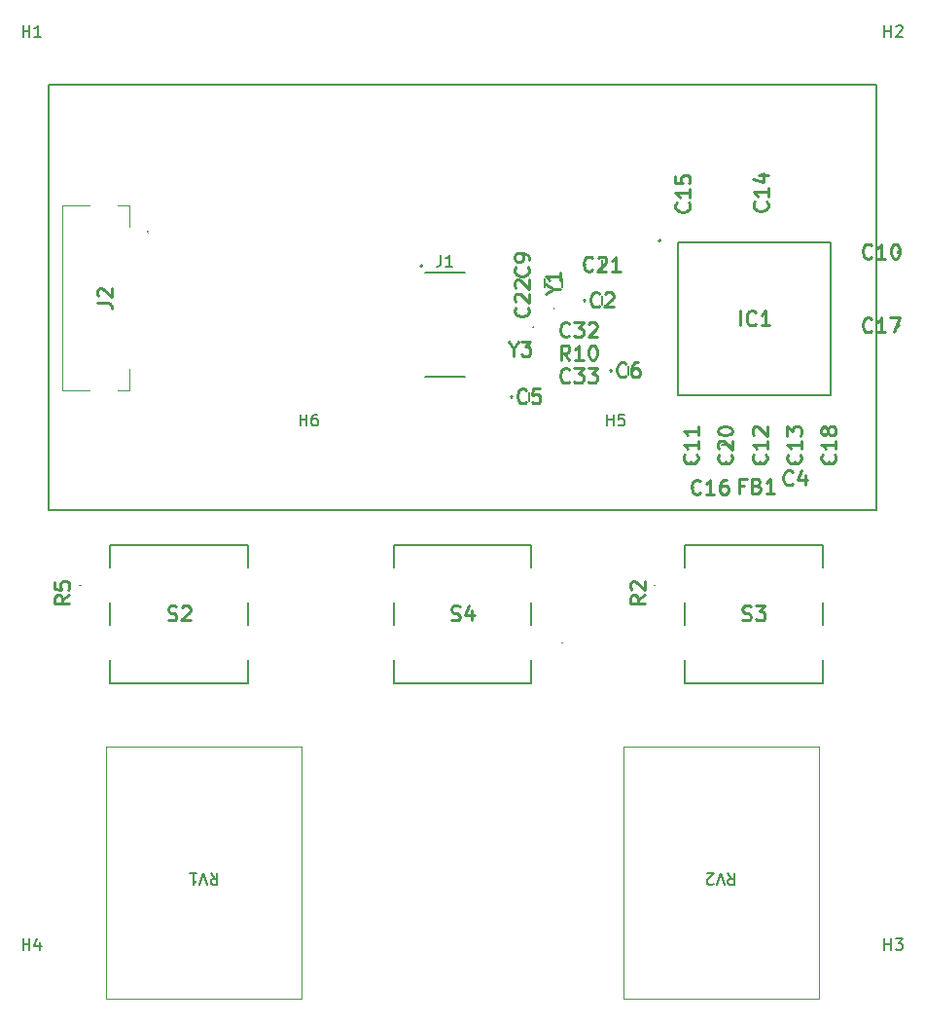
<source format=gbr>
%TF.GenerationSoftware,KiCad,Pcbnew,9.0.6*%
%TF.CreationDate,2025-12-08T21:47:26-05:00*%
%TF.ProjectId,electrical,656c6563-7472-4696-9361-6c2e6b696361,rev?*%
%TF.SameCoordinates,Original*%
%TF.FileFunction,Legend,Top*%
%TF.FilePolarity,Positive*%
%FSLAX46Y46*%
G04 Gerber Fmt 4.6, Leading zero omitted, Abs format (unit mm)*
G04 Created by KiCad (PCBNEW 9.0.6) date 2025-12-08 21:47:26*
%MOMM*%
%LPD*%
G01*
G04 APERTURE LIST*
%ADD10C,0.200000*%
%ADD11C,0.150000*%
%ADD12C,0.254000*%
%ADD13C,0.100000*%
G04 APERTURE END LIST*
D10*
X122600000Y-61500000D02*
X194600000Y-61500000D01*
X194600000Y-98500000D01*
X122600000Y-98500000D01*
X122600000Y-61500000D01*
D11*
X171168095Y-91134819D02*
X171168095Y-90134819D01*
X171168095Y-90611009D02*
X171739523Y-90611009D01*
X171739523Y-91134819D02*
X171739523Y-90134819D01*
X172691904Y-90134819D02*
X172215714Y-90134819D01*
X172215714Y-90134819D02*
X172168095Y-90611009D01*
X172168095Y-90611009D02*
X172215714Y-90563390D01*
X172215714Y-90563390D02*
X172310952Y-90515771D01*
X172310952Y-90515771D02*
X172549047Y-90515771D01*
X172549047Y-90515771D02*
X172644285Y-90563390D01*
X172644285Y-90563390D02*
X172691904Y-90611009D01*
X172691904Y-90611009D02*
X172739523Y-90706247D01*
X172739523Y-90706247D02*
X172739523Y-90944342D01*
X172739523Y-90944342D02*
X172691904Y-91039580D01*
X172691904Y-91039580D02*
X172644285Y-91087200D01*
X172644285Y-91087200D02*
X172549047Y-91134819D01*
X172549047Y-91134819D02*
X172310952Y-91134819D01*
X172310952Y-91134819D02*
X172215714Y-91087200D01*
X172215714Y-91087200D02*
X172168095Y-91039580D01*
D12*
X163010238Y-84449556D02*
X163010238Y-85054318D01*
X162586905Y-83784318D02*
X163010238Y-84449556D01*
X163010238Y-84449556D02*
X163433572Y-83784318D01*
X163735952Y-83784318D02*
X164522143Y-83784318D01*
X164522143Y-83784318D02*
X164098809Y-84268127D01*
X164098809Y-84268127D02*
X164280238Y-84268127D01*
X164280238Y-84268127D02*
X164401190Y-84328603D01*
X164401190Y-84328603D02*
X164461666Y-84389080D01*
X164461666Y-84389080D02*
X164522143Y-84510032D01*
X164522143Y-84510032D02*
X164522143Y-84812413D01*
X164522143Y-84812413D02*
X164461666Y-84933365D01*
X164461666Y-84933365D02*
X164401190Y-84993842D01*
X164401190Y-84993842D02*
X164280238Y-85054318D01*
X164280238Y-85054318D02*
X163917381Y-85054318D01*
X163917381Y-85054318D02*
X163796428Y-84993842D01*
X163796428Y-84993842D02*
X163735952Y-84933365D01*
D11*
X136695238Y-130045180D02*
X137028571Y-130521371D01*
X137266666Y-130045180D02*
X137266666Y-131045180D01*
X137266666Y-131045180D02*
X136885714Y-131045180D01*
X136885714Y-131045180D02*
X136790476Y-130997561D01*
X136790476Y-130997561D02*
X136742857Y-130949942D01*
X136742857Y-130949942D02*
X136695238Y-130854704D01*
X136695238Y-130854704D02*
X136695238Y-130711847D01*
X136695238Y-130711847D02*
X136742857Y-130616609D01*
X136742857Y-130616609D02*
X136790476Y-130568990D01*
X136790476Y-130568990D02*
X136885714Y-130521371D01*
X136885714Y-130521371D02*
X137266666Y-130521371D01*
X136409523Y-131045180D02*
X136076190Y-130045180D01*
X136076190Y-130045180D02*
X135742857Y-131045180D01*
X134885714Y-130045180D02*
X135457142Y-130045180D01*
X135171428Y-130045180D02*
X135171428Y-131045180D01*
X135171428Y-131045180D02*
X135266666Y-130902323D01*
X135266666Y-130902323D02*
X135361904Y-130807085D01*
X135361904Y-130807085D02*
X135457142Y-130759466D01*
D12*
X172818333Y-86783365D02*
X172757857Y-86843842D01*
X172757857Y-86843842D02*
X172576428Y-86904318D01*
X172576428Y-86904318D02*
X172455476Y-86904318D01*
X172455476Y-86904318D02*
X172274047Y-86843842D01*
X172274047Y-86843842D02*
X172153095Y-86722889D01*
X172153095Y-86722889D02*
X172092618Y-86601937D01*
X172092618Y-86601937D02*
X172032142Y-86360032D01*
X172032142Y-86360032D02*
X172032142Y-86178603D01*
X172032142Y-86178603D02*
X172092618Y-85936699D01*
X172092618Y-85936699D02*
X172153095Y-85815746D01*
X172153095Y-85815746D02*
X172274047Y-85694794D01*
X172274047Y-85694794D02*
X172455476Y-85634318D01*
X172455476Y-85634318D02*
X172576428Y-85634318D01*
X172576428Y-85634318D02*
X172757857Y-85694794D01*
X172757857Y-85694794D02*
X172818333Y-85755270D01*
X173906904Y-85634318D02*
X173664999Y-85634318D01*
X173664999Y-85634318D02*
X173544047Y-85694794D01*
X173544047Y-85694794D02*
X173483571Y-85755270D01*
X173483571Y-85755270D02*
X173362618Y-85936699D01*
X173362618Y-85936699D02*
X173302142Y-86178603D01*
X173302142Y-86178603D02*
X173302142Y-86662413D01*
X173302142Y-86662413D02*
X173362618Y-86783365D01*
X173362618Y-86783365D02*
X173423095Y-86843842D01*
X173423095Y-86843842D02*
X173544047Y-86904318D01*
X173544047Y-86904318D02*
X173785952Y-86904318D01*
X173785952Y-86904318D02*
X173906904Y-86843842D01*
X173906904Y-86843842D02*
X173967380Y-86783365D01*
X173967380Y-86783365D02*
X174027857Y-86662413D01*
X174027857Y-86662413D02*
X174027857Y-86360032D01*
X174027857Y-86360032D02*
X173967380Y-86239080D01*
X173967380Y-86239080D02*
X173906904Y-86178603D01*
X173906904Y-86178603D02*
X173785952Y-86118127D01*
X173785952Y-86118127D02*
X173544047Y-86118127D01*
X173544047Y-86118127D02*
X173423095Y-86178603D01*
X173423095Y-86178603D02*
X173362618Y-86239080D01*
X173362618Y-86239080D02*
X173302142Y-86360032D01*
X190983365Y-93646428D02*
X191043842Y-93706904D01*
X191043842Y-93706904D02*
X191104318Y-93888333D01*
X191104318Y-93888333D02*
X191104318Y-94009285D01*
X191104318Y-94009285D02*
X191043842Y-94190714D01*
X191043842Y-94190714D02*
X190922889Y-94311666D01*
X190922889Y-94311666D02*
X190801937Y-94372143D01*
X190801937Y-94372143D02*
X190560032Y-94432619D01*
X190560032Y-94432619D02*
X190378603Y-94432619D01*
X190378603Y-94432619D02*
X190136699Y-94372143D01*
X190136699Y-94372143D02*
X190015746Y-94311666D01*
X190015746Y-94311666D02*
X189894794Y-94190714D01*
X189894794Y-94190714D02*
X189834318Y-94009285D01*
X189834318Y-94009285D02*
X189834318Y-93888333D01*
X189834318Y-93888333D02*
X189894794Y-93706904D01*
X189894794Y-93706904D02*
X189955270Y-93646428D01*
X191104318Y-92436904D02*
X191104318Y-93162619D01*
X191104318Y-92799762D02*
X189834318Y-92799762D01*
X189834318Y-92799762D02*
X190015746Y-92920714D01*
X190015746Y-92920714D02*
X190136699Y-93041666D01*
X190136699Y-93041666D02*
X190197175Y-93162619D01*
X190378603Y-91711190D02*
X190318127Y-91832142D01*
X190318127Y-91832142D02*
X190257651Y-91892619D01*
X190257651Y-91892619D02*
X190136699Y-91953095D01*
X190136699Y-91953095D02*
X190076222Y-91953095D01*
X190076222Y-91953095D02*
X189955270Y-91892619D01*
X189955270Y-91892619D02*
X189894794Y-91832142D01*
X189894794Y-91832142D02*
X189834318Y-91711190D01*
X189834318Y-91711190D02*
X189834318Y-91469285D01*
X189834318Y-91469285D02*
X189894794Y-91348333D01*
X189894794Y-91348333D02*
X189955270Y-91287857D01*
X189955270Y-91287857D02*
X190076222Y-91227380D01*
X190076222Y-91227380D02*
X190136699Y-91227380D01*
X190136699Y-91227380D02*
X190257651Y-91287857D01*
X190257651Y-91287857D02*
X190318127Y-91348333D01*
X190318127Y-91348333D02*
X190378603Y-91469285D01*
X190378603Y-91469285D02*
X190378603Y-91711190D01*
X190378603Y-91711190D02*
X190439080Y-91832142D01*
X190439080Y-91832142D02*
X190499556Y-91892619D01*
X190499556Y-91892619D02*
X190620508Y-91953095D01*
X190620508Y-91953095D02*
X190862413Y-91953095D01*
X190862413Y-91953095D02*
X190983365Y-91892619D01*
X190983365Y-91892619D02*
X191043842Y-91832142D01*
X191043842Y-91832142D02*
X191104318Y-91711190D01*
X191104318Y-91711190D02*
X191104318Y-91469285D01*
X191104318Y-91469285D02*
X191043842Y-91348333D01*
X191043842Y-91348333D02*
X190983365Y-91287857D01*
X190983365Y-91287857D02*
X190862413Y-91227380D01*
X190862413Y-91227380D02*
X190620508Y-91227380D01*
X190620508Y-91227380D02*
X190499556Y-91287857D01*
X190499556Y-91287857D02*
X190439080Y-91348333D01*
X190439080Y-91348333D02*
X190378603Y-91469285D01*
X157632380Y-108013842D02*
X157813809Y-108074318D01*
X157813809Y-108074318D02*
X158116190Y-108074318D01*
X158116190Y-108074318D02*
X158237142Y-108013842D01*
X158237142Y-108013842D02*
X158297618Y-107953365D01*
X158297618Y-107953365D02*
X158358095Y-107832413D01*
X158358095Y-107832413D02*
X158358095Y-107711461D01*
X158358095Y-107711461D02*
X158297618Y-107590508D01*
X158297618Y-107590508D02*
X158237142Y-107530032D01*
X158237142Y-107530032D02*
X158116190Y-107469556D01*
X158116190Y-107469556D02*
X157874285Y-107409080D01*
X157874285Y-107409080D02*
X157753333Y-107348603D01*
X157753333Y-107348603D02*
X157692856Y-107288127D01*
X157692856Y-107288127D02*
X157632380Y-107167175D01*
X157632380Y-107167175D02*
X157632380Y-107046222D01*
X157632380Y-107046222D02*
X157692856Y-106925270D01*
X157692856Y-106925270D02*
X157753333Y-106864794D01*
X157753333Y-106864794D02*
X157874285Y-106804318D01*
X157874285Y-106804318D02*
X158176666Y-106804318D01*
X158176666Y-106804318D02*
X158358095Y-106864794D01*
X159446666Y-107227651D02*
X159446666Y-108074318D01*
X159144285Y-106743842D02*
X158841904Y-107650984D01*
X158841904Y-107650984D02*
X159628095Y-107650984D01*
X182982380Y-108013842D02*
X183163809Y-108074318D01*
X183163809Y-108074318D02*
X183466190Y-108074318D01*
X183466190Y-108074318D02*
X183587142Y-108013842D01*
X183587142Y-108013842D02*
X183647618Y-107953365D01*
X183647618Y-107953365D02*
X183708095Y-107832413D01*
X183708095Y-107832413D02*
X183708095Y-107711461D01*
X183708095Y-107711461D02*
X183647618Y-107590508D01*
X183647618Y-107590508D02*
X183587142Y-107530032D01*
X183587142Y-107530032D02*
X183466190Y-107469556D01*
X183466190Y-107469556D02*
X183224285Y-107409080D01*
X183224285Y-107409080D02*
X183103333Y-107348603D01*
X183103333Y-107348603D02*
X183042856Y-107288127D01*
X183042856Y-107288127D02*
X182982380Y-107167175D01*
X182982380Y-107167175D02*
X182982380Y-107046222D01*
X182982380Y-107046222D02*
X183042856Y-106925270D01*
X183042856Y-106925270D02*
X183103333Y-106864794D01*
X183103333Y-106864794D02*
X183224285Y-106804318D01*
X183224285Y-106804318D02*
X183526666Y-106804318D01*
X183526666Y-106804318D02*
X183708095Y-106864794D01*
X184131428Y-106804318D02*
X184917619Y-106804318D01*
X184917619Y-106804318D02*
X184494285Y-107288127D01*
X184494285Y-107288127D02*
X184675714Y-107288127D01*
X184675714Y-107288127D02*
X184796666Y-107348603D01*
X184796666Y-107348603D02*
X184857142Y-107409080D01*
X184857142Y-107409080D02*
X184917619Y-107530032D01*
X184917619Y-107530032D02*
X184917619Y-107832413D01*
X184917619Y-107832413D02*
X184857142Y-107953365D01*
X184857142Y-107953365D02*
X184796666Y-108013842D01*
X184796666Y-108013842D02*
X184675714Y-108074318D01*
X184675714Y-108074318D02*
X184312857Y-108074318D01*
X184312857Y-108074318D02*
X184191904Y-108013842D01*
X184191904Y-108013842D02*
X184131428Y-107953365D01*
D11*
X195338095Y-136734819D02*
X195338095Y-135734819D01*
X195338095Y-136211009D02*
X195909523Y-136211009D01*
X195909523Y-136734819D02*
X195909523Y-135734819D01*
X196290476Y-135734819D02*
X196909523Y-135734819D01*
X196909523Y-135734819D02*
X196576190Y-136115771D01*
X196576190Y-136115771D02*
X196719047Y-136115771D01*
X196719047Y-136115771D02*
X196814285Y-136163390D01*
X196814285Y-136163390D02*
X196861904Y-136211009D01*
X196861904Y-136211009D02*
X196909523Y-136306247D01*
X196909523Y-136306247D02*
X196909523Y-136544342D01*
X196909523Y-136544342D02*
X196861904Y-136639580D01*
X196861904Y-136639580D02*
X196814285Y-136687200D01*
X196814285Y-136687200D02*
X196719047Y-136734819D01*
X196719047Y-136734819D02*
X196433333Y-136734819D01*
X196433333Y-136734819D02*
X196338095Y-136687200D01*
X196338095Y-136687200D02*
X196290476Y-136639580D01*
D12*
X181983365Y-93646428D02*
X182043842Y-93706904D01*
X182043842Y-93706904D02*
X182104318Y-93888333D01*
X182104318Y-93888333D02*
X182104318Y-94009285D01*
X182104318Y-94009285D02*
X182043842Y-94190714D01*
X182043842Y-94190714D02*
X181922889Y-94311666D01*
X181922889Y-94311666D02*
X181801937Y-94372143D01*
X181801937Y-94372143D02*
X181560032Y-94432619D01*
X181560032Y-94432619D02*
X181378603Y-94432619D01*
X181378603Y-94432619D02*
X181136699Y-94372143D01*
X181136699Y-94372143D02*
X181015746Y-94311666D01*
X181015746Y-94311666D02*
X180894794Y-94190714D01*
X180894794Y-94190714D02*
X180834318Y-94009285D01*
X180834318Y-94009285D02*
X180834318Y-93888333D01*
X180834318Y-93888333D02*
X180894794Y-93706904D01*
X180894794Y-93706904D02*
X180955270Y-93646428D01*
X180955270Y-93162619D02*
X180894794Y-93102143D01*
X180894794Y-93102143D02*
X180834318Y-92981190D01*
X180834318Y-92981190D02*
X180834318Y-92678809D01*
X180834318Y-92678809D02*
X180894794Y-92557857D01*
X180894794Y-92557857D02*
X180955270Y-92497381D01*
X180955270Y-92497381D02*
X181076222Y-92436904D01*
X181076222Y-92436904D02*
X181197175Y-92436904D01*
X181197175Y-92436904D02*
X181378603Y-92497381D01*
X181378603Y-92497381D02*
X182104318Y-93223095D01*
X182104318Y-93223095D02*
X182104318Y-92436904D01*
X180834318Y-91650714D02*
X180834318Y-91529761D01*
X180834318Y-91529761D02*
X180894794Y-91408809D01*
X180894794Y-91408809D02*
X180955270Y-91348333D01*
X180955270Y-91348333D02*
X181076222Y-91287857D01*
X181076222Y-91287857D02*
X181318127Y-91227380D01*
X181318127Y-91227380D02*
X181620508Y-91227380D01*
X181620508Y-91227380D02*
X181862413Y-91287857D01*
X181862413Y-91287857D02*
X181983365Y-91348333D01*
X181983365Y-91348333D02*
X182043842Y-91408809D01*
X182043842Y-91408809D02*
X182104318Y-91529761D01*
X182104318Y-91529761D02*
X182104318Y-91650714D01*
X182104318Y-91650714D02*
X182043842Y-91771666D01*
X182043842Y-91771666D02*
X181983365Y-91832142D01*
X181983365Y-91832142D02*
X181862413Y-91892619D01*
X181862413Y-91892619D02*
X181620508Y-91953095D01*
X181620508Y-91953095D02*
X181318127Y-91953095D01*
X181318127Y-91953095D02*
X181076222Y-91892619D01*
X181076222Y-91892619D02*
X180955270Y-91832142D01*
X180955270Y-91832142D02*
X180894794Y-91771666D01*
X180894794Y-91771666D02*
X180834318Y-91650714D01*
X178983365Y-93646428D02*
X179043842Y-93706904D01*
X179043842Y-93706904D02*
X179104318Y-93888333D01*
X179104318Y-93888333D02*
X179104318Y-94009285D01*
X179104318Y-94009285D02*
X179043842Y-94190714D01*
X179043842Y-94190714D02*
X178922889Y-94311666D01*
X178922889Y-94311666D02*
X178801937Y-94372143D01*
X178801937Y-94372143D02*
X178560032Y-94432619D01*
X178560032Y-94432619D02*
X178378603Y-94432619D01*
X178378603Y-94432619D02*
X178136699Y-94372143D01*
X178136699Y-94372143D02*
X178015746Y-94311666D01*
X178015746Y-94311666D02*
X177894794Y-94190714D01*
X177894794Y-94190714D02*
X177834318Y-94009285D01*
X177834318Y-94009285D02*
X177834318Y-93888333D01*
X177834318Y-93888333D02*
X177894794Y-93706904D01*
X177894794Y-93706904D02*
X177955270Y-93646428D01*
X179104318Y-92436904D02*
X179104318Y-93162619D01*
X179104318Y-92799762D02*
X177834318Y-92799762D01*
X177834318Y-92799762D02*
X178015746Y-92920714D01*
X178015746Y-92920714D02*
X178136699Y-93041666D01*
X178136699Y-93041666D02*
X178197175Y-93162619D01*
X179104318Y-91227380D02*
X179104318Y-91953095D01*
X179104318Y-91590238D02*
X177834318Y-91590238D01*
X177834318Y-91590238D02*
X178015746Y-91711190D01*
X178015746Y-91711190D02*
X178136699Y-91832142D01*
X178136699Y-91832142D02*
X178197175Y-91953095D01*
X194213571Y-82883365D02*
X194153095Y-82943842D01*
X194153095Y-82943842D02*
X193971666Y-83004318D01*
X193971666Y-83004318D02*
X193850714Y-83004318D01*
X193850714Y-83004318D02*
X193669285Y-82943842D01*
X193669285Y-82943842D02*
X193548333Y-82822889D01*
X193548333Y-82822889D02*
X193487856Y-82701937D01*
X193487856Y-82701937D02*
X193427380Y-82460032D01*
X193427380Y-82460032D02*
X193427380Y-82278603D01*
X193427380Y-82278603D02*
X193487856Y-82036699D01*
X193487856Y-82036699D02*
X193548333Y-81915746D01*
X193548333Y-81915746D02*
X193669285Y-81794794D01*
X193669285Y-81794794D02*
X193850714Y-81734318D01*
X193850714Y-81734318D02*
X193971666Y-81734318D01*
X193971666Y-81734318D02*
X194153095Y-81794794D01*
X194153095Y-81794794D02*
X194213571Y-81855270D01*
X195423095Y-83004318D02*
X194697380Y-83004318D01*
X195060237Y-83004318D02*
X195060237Y-81734318D01*
X195060237Y-81734318D02*
X194939285Y-81915746D01*
X194939285Y-81915746D02*
X194818333Y-82036699D01*
X194818333Y-82036699D02*
X194697380Y-82097175D01*
X195846428Y-81734318D02*
X196693095Y-81734318D01*
X196693095Y-81734318D02*
X196148809Y-83004318D01*
X178283365Y-71746428D02*
X178343842Y-71806904D01*
X178343842Y-71806904D02*
X178404318Y-71988333D01*
X178404318Y-71988333D02*
X178404318Y-72109285D01*
X178404318Y-72109285D02*
X178343842Y-72290714D01*
X178343842Y-72290714D02*
X178222889Y-72411666D01*
X178222889Y-72411666D02*
X178101937Y-72472143D01*
X178101937Y-72472143D02*
X177860032Y-72532619D01*
X177860032Y-72532619D02*
X177678603Y-72532619D01*
X177678603Y-72532619D02*
X177436699Y-72472143D01*
X177436699Y-72472143D02*
X177315746Y-72411666D01*
X177315746Y-72411666D02*
X177194794Y-72290714D01*
X177194794Y-72290714D02*
X177134318Y-72109285D01*
X177134318Y-72109285D02*
X177134318Y-71988333D01*
X177134318Y-71988333D02*
X177194794Y-71806904D01*
X177194794Y-71806904D02*
X177255270Y-71746428D01*
X178404318Y-70536904D02*
X178404318Y-71262619D01*
X178404318Y-70899762D02*
X177134318Y-70899762D01*
X177134318Y-70899762D02*
X177315746Y-71020714D01*
X177315746Y-71020714D02*
X177436699Y-71141666D01*
X177436699Y-71141666D02*
X177497175Y-71262619D01*
X177134318Y-69387857D02*
X177134318Y-69992619D01*
X177134318Y-69992619D02*
X177739080Y-70053095D01*
X177739080Y-70053095D02*
X177678603Y-69992619D01*
X177678603Y-69992619D02*
X177618127Y-69871666D01*
X177618127Y-69871666D02*
X177618127Y-69569285D01*
X177618127Y-69569285D02*
X177678603Y-69448333D01*
X177678603Y-69448333D02*
X177739080Y-69387857D01*
X177739080Y-69387857D02*
X177860032Y-69327380D01*
X177860032Y-69327380D02*
X178162413Y-69327380D01*
X178162413Y-69327380D02*
X178283365Y-69387857D01*
X178283365Y-69387857D02*
X178343842Y-69448333D01*
X178343842Y-69448333D02*
X178404318Y-69569285D01*
X178404318Y-69569285D02*
X178404318Y-69871666D01*
X178404318Y-69871666D02*
X178343842Y-69992619D01*
X178343842Y-69992619D02*
X178283365Y-70053095D01*
X167898571Y-83283365D02*
X167838095Y-83343842D01*
X167838095Y-83343842D02*
X167656666Y-83404318D01*
X167656666Y-83404318D02*
X167535714Y-83404318D01*
X167535714Y-83404318D02*
X167354285Y-83343842D01*
X167354285Y-83343842D02*
X167233333Y-83222889D01*
X167233333Y-83222889D02*
X167172856Y-83101937D01*
X167172856Y-83101937D02*
X167112380Y-82860032D01*
X167112380Y-82860032D02*
X167112380Y-82678603D01*
X167112380Y-82678603D02*
X167172856Y-82436699D01*
X167172856Y-82436699D02*
X167233333Y-82315746D01*
X167233333Y-82315746D02*
X167354285Y-82194794D01*
X167354285Y-82194794D02*
X167535714Y-82134318D01*
X167535714Y-82134318D02*
X167656666Y-82134318D01*
X167656666Y-82134318D02*
X167838095Y-82194794D01*
X167838095Y-82194794D02*
X167898571Y-82255270D01*
X168321904Y-82134318D02*
X169108095Y-82134318D01*
X169108095Y-82134318D02*
X168684761Y-82618127D01*
X168684761Y-82618127D02*
X168866190Y-82618127D01*
X168866190Y-82618127D02*
X168987142Y-82678603D01*
X168987142Y-82678603D02*
X169047618Y-82739080D01*
X169047618Y-82739080D02*
X169108095Y-82860032D01*
X169108095Y-82860032D02*
X169108095Y-83162413D01*
X169108095Y-83162413D02*
X169047618Y-83283365D01*
X169047618Y-83283365D02*
X168987142Y-83343842D01*
X168987142Y-83343842D02*
X168866190Y-83404318D01*
X168866190Y-83404318D02*
X168503333Y-83404318D01*
X168503333Y-83404318D02*
X168382380Y-83343842D01*
X168382380Y-83343842D02*
X168321904Y-83283365D01*
X169591904Y-82255270D02*
X169652380Y-82194794D01*
X169652380Y-82194794D02*
X169773333Y-82134318D01*
X169773333Y-82134318D02*
X170075714Y-82134318D01*
X170075714Y-82134318D02*
X170196666Y-82194794D01*
X170196666Y-82194794D02*
X170257142Y-82255270D01*
X170257142Y-82255270D02*
X170317619Y-82376222D01*
X170317619Y-82376222D02*
X170317619Y-82497175D01*
X170317619Y-82497175D02*
X170257142Y-82678603D01*
X170257142Y-82678603D02*
X169531428Y-83404318D01*
X169531428Y-83404318D02*
X170317619Y-83404318D01*
D11*
X181695238Y-130045180D02*
X182028571Y-130521371D01*
X182266666Y-130045180D02*
X182266666Y-131045180D01*
X182266666Y-131045180D02*
X181885714Y-131045180D01*
X181885714Y-131045180D02*
X181790476Y-130997561D01*
X181790476Y-130997561D02*
X181742857Y-130949942D01*
X181742857Y-130949942D02*
X181695238Y-130854704D01*
X181695238Y-130854704D02*
X181695238Y-130711847D01*
X181695238Y-130711847D02*
X181742857Y-130616609D01*
X181742857Y-130616609D02*
X181790476Y-130568990D01*
X181790476Y-130568990D02*
X181885714Y-130521371D01*
X181885714Y-130521371D02*
X182266666Y-130521371D01*
X181409523Y-131045180D02*
X181076190Y-130045180D01*
X181076190Y-130045180D02*
X180742857Y-131045180D01*
X180457142Y-130949942D02*
X180409523Y-130997561D01*
X180409523Y-130997561D02*
X180314285Y-131045180D01*
X180314285Y-131045180D02*
X180076190Y-131045180D01*
X180076190Y-131045180D02*
X179980952Y-130997561D01*
X179980952Y-130997561D02*
X179933333Y-130949942D01*
X179933333Y-130949942D02*
X179885714Y-130854704D01*
X179885714Y-130854704D02*
X179885714Y-130759466D01*
X179885714Y-130759466D02*
X179933333Y-130616609D01*
X179933333Y-130616609D02*
X180504761Y-130045180D01*
X180504761Y-130045180D02*
X179885714Y-130045180D01*
D12*
X185083365Y-71646428D02*
X185143842Y-71706904D01*
X185143842Y-71706904D02*
X185204318Y-71888333D01*
X185204318Y-71888333D02*
X185204318Y-72009285D01*
X185204318Y-72009285D02*
X185143842Y-72190714D01*
X185143842Y-72190714D02*
X185022889Y-72311666D01*
X185022889Y-72311666D02*
X184901937Y-72372143D01*
X184901937Y-72372143D02*
X184660032Y-72432619D01*
X184660032Y-72432619D02*
X184478603Y-72432619D01*
X184478603Y-72432619D02*
X184236699Y-72372143D01*
X184236699Y-72372143D02*
X184115746Y-72311666D01*
X184115746Y-72311666D02*
X183994794Y-72190714D01*
X183994794Y-72190714D02*
X183934318Y-72009285D01*
X183934318Y-72009285D02*
X183934318Y-71888333D01*
X183934318Y-71888333D02*
X183994794Y-71706904D01*
X183994794Y-71706904D02*
X184055270Y-71646428D01*
X185204318Y-70436904D02*
X185204318Y-71162619D01*
X185204318Y-70799762D02*
X183934318Y-70799762D01*
X183934318Y-70799762D02*
X184115746Y-70920714D01*
X184115746Y-70920714D02*
X184236699Y-71041666D01*
X184236699Y-71041666D02*
X184297175Y-71162619D01*
X184357651Y-69348333D02*
X185204318Y-69348333D01*
X183873842Y-69650714D02*
X184780984Y-69953095D01*
X184780984Y-69953095D02*
X184780984Y-69166904D01*
X126804318Y-80423332D02*
X127711461Y-80423332D01*
X127711461Y-80423332D02*
X127892889Y-80483809D01*
X127892889Y-80483809D02*
X128013842Y-80604761D01*
X128013842Y-80604761D02*
X128074318Y-80786190D01*
X128074318Y-80786190D02*
X128074318Y-80907142D01*
X126925270Y-79879047D02*
X126864794Y-79818571D01*
X126864794Y-79818571D02*
X126804318Y-79697618D01*
X126804318Y-79697618D02*
X126804318Y-79395237D01*
X126804318Y-79395237D02*
X126864794Y-79274285D01*
X126864794Y-79274285D02*
X126925270Y-79213809D01*
X126925270Y-79213809D02*
X127046222Y-79153332D01*
X127046222Y-79153332D02*
X127167175Y-79153332D01*
X127167175Y-79153332D02*
X127348603Y-79213809D01*
X127348603Y-79213809D02*
X128074318Y-79939523D01*
X128074318Y-79939523D02*
X128074318Y-79153332D01*
X187983365Y-93646428D02*
X188043842Y-93706904D01*
X188043842Y-93706904D02*
X188104318Y-93888333D01*
X188104318Y-93888333D02*
X188104318Y-94009285D01*
X188104318Y-94009285D02*
X188043842Y-94190714D01*
X188043842Y-94190714D02*
X187922889Y-94311666D01*
X187922889Y-94311666D02*
X187801937Y-94372143D01*
X187801937Y-94372143D02*
X187560032Y-94432619D01*
X187560032Y-94432619D02*
X187378603Y-94432619D01*
X187378603Y-94432619D02*
X187136699Y-94372143D01*
X187136699Y-94372143D02*
X187015746Y-94311666D01*
X187015746Y-94311666D02*
X186894794Y-94190714D01*
X186894794Y-94190714D02*
X186834318Y-94009285D01*
X186834318Y-94009285D02*
X186834318Y-93888333D01*
X186834318Y-93888333D02*
X186894794Y-93706904D01*
X186894794Y-93706904D02*
X186955270Y-93646428D01*
X188104318Y-92436904D02*
X188104318Y-93162619D01*
X188104318Y-92799762D02*
X186834318Y-92799762D01*
X186834318Y-92799762D02*
X187015746Y-92920714D01*
X187015746Y-92920714D02*
X187136699Y-93041666D01*
X187136699Y-93041666D02*
X187197175Y-93162619D01*
X186834318Y-92013571D02*
X186834318Y-91227380D01*
X186834318Y-91227380D02*
X187318127Y-91650714D01*
X187318127Y-91650714D02*
X187318127Y-91469285D01*
X187318127Y-91469285D02*
X187378603Y-91348333D01*
X187378603Y-91348333D02*
X187439080Y-91287857D01*
X187439080Y-91287857D02*
X187560032Y-91227380D01*
X187560032Y-91227380D02*
X187862413Y-91227380D01*
X187862413Y-91227380D02*
X187983365Y-91287857D01*
X187983365Y-91287857D02*
X188043842Y-91348333D01*
X188043842Y-91348333D02*
X188104318Y-91469285D01*
X188104318Y-91469285D02*
X188104318Y-91832142D01*
X188104318Y-91832142D02*
X188043842Y-91953095D01*
X188043842Y-91953095D02*
X187983365Y-92013571D01*
X167898571Y-85404318D02*
X167475237Y-84799556D01*
X167172856Y-85404318D02*
X167172856Y-84134318D01*
X167172856Y-84134318D02*
X167656666Y-84134318D01*
X167656666Y-84134318D02*
X167777618Y-84194794D01*
X167777618Y-84194794D02*
X167838095Y-84255270D01*
X167838095Y-84255270D02*
X167898571Y-84376222D01*
X167898571Y-84376222D02*
X167898571Y-84557651D01*
X167898571Y-84557651D02*
X167838095Y-84678603D01*
X167838095Y-84678603D02*
X167777618Y-84739080D01*
X167777618Y-84739080D02*
X167656666Y-84799556D01*
X167656666Y-84799556D02*
X167172856Y-84799556D01*
X169108095Y-85404318D02*
X168382380Y-85404318D01*
X168745237Y-85404318D02*
X168745237Y-84134318D01*
X168745237Y-84134318D02*
X168624285Y-84315746D01*
X168624285Y-84315746D02*
X168503333Y-84436699D01*
X168503333Y-84436699D02*
X168382380Y-84497175D01*
X169894285Y-84134318D02*
X170015238Y-84134318D01*
X170015238Y-84134318D02*
X170136190Y-84194794D01*
X170136190Y-84194794D02*
X170196666Y-84255270D01*
X170196666Y-84255270D02*
X170257142Y-84376222D01*
X170257142Y-84376222D02*
X170317619Y-84618127D01*
X170317619Y-84618127D02*
X170317619Y-84920508D01*
X170317619Y-84920508D02*
X170257142Y-85162413D01*
X170257142Y-85162413D02*
X170196666Y-85283365D01*
X170196666Y-85283365D02*
X170136190Y-85343842D01*
X170136190Y-85343842D02*
X170015238Y-85404318D01*
X170015238Y-85404318D02*
X169894285Y-85404318D01*
X169894285Y-85404318D02*
X169773333Y-85343842D01*
X169773333Y-85343842D02*
X169712857Y-85283365D01*
X169712857Y-85283365D02*
X169652380Y-85162413D01*
X169652380Y-85162413D02*
X169591904Y-84920508D01*
X169591904Y-84920508D02*
X169591904Y-84618127D01*
X169591904Y-84618127D02*
X169652380Y-84376222D01*
X169652380Y-84376222D02*
X169712857Y-84255270D01*
X169712857Y-84255270D02*
X169773333Y-84194794D01*
X169773333Y-84194794D02*
X169894285Y-84134318D01*
X132982380Y-108013842D02*
X133163809Y-108074318D01*
X133163809Y-108074318D02*
X133466190Y-108074318D01*
X133466190Y-108074318D02*
X133587142Y-108013842D01*
X133587142Y-108013842D02*
X133647618Y-107953365D01*
X133647618Y-107953365D02*
X133708095Y-107832413D01*
X133708095Y-107832413D02*
X133708095Y-107711461D01*
X133708095Y-107711461D02*
X133647618Y-107590508D01*
X133647618Y-107590508D02*
X133587142Y-107530032D01*
X133587142Y-107530032D02*
X133466190Y-107469556D01*
X133466190Y-107469556D02*
X133224285Y-107409080D01*
X133224285Y-107409080D02*
X133103333Y-107348603D01*
X133103333Y-107348603D02*
X133042856Y-107288127D01*
X133042856Y-107288127D02*
X132982380Y-107167175D01*
X132982380Y-107167175D02*
X132982380Y-107046222D01*
X132982380Y-107046222D02*
X133042856Y-106925270D01*
X133042856Y-106925270D02*
X133103333Y-106864794D01*
X133103333Y-106864794D02*
X133224285Y-106804318D01*
X133224285Y-106804318D02*
X133526666Y-106804318D01*
X133526666Y-106804318D02*
X133708095Y-106864794D01*
X134191904Y-106925270D02*
X134252380Y-106864794D01*
X134252380Y-106864794D02*
X134373333Y-106804318D01*
X134373333Y-106804318D02*
X134675714Y-106804318D01*
X134675714Y-106804318D02*
X134796666Y-106864794D01*
X134796666Y-106864794D02*
X134857142Y-106925270D01*
X134857142Y-106925270D02*
X134917619Y-107046222D01*
X134917619Y-107046222D02*
X134917619Y-107167175D01*
X134917619Y-107167175D02*
X134857142Y-107348603D01*
X134857142Y-107348603D02*
X134131428Y-108074318D01*
X134131428Y-108074318D02*
X134917619Y-108074318D01*
D11*
X195338095Y-57304819D02*
X195338095Y-56304819D01*
X195338095Y-56781009D02*
X195909523Y-56781009D01*
X195909523Y-57304819D02*
X195909523Y-56304819D01*
X196338095Y-56400057D02*
X196385714Y-56352438D01*
X196385714Y-56352438D02*
X196480952Y-56304819D01*
X196480952Y-56304819D02*
X196719047Y-56304819D01*
X196719047Y-56304819D02*
X196814285Y-56352438D01*
X196814285Y-56352438D02*
X196861904Y-56400057D01*
X196861904Y-56400057D02*
X196909523Y-56495295D01*
X196909523Y-56495295D02*
X196909523Y-56590533D01*
X196909523Y-56590533D02*
X196861904Y-56733390D01*
X196861904Y-56733390D02*
X196290476Y-57304819D01*
X196290476Y-57304819D02*
X196909523Y-57304819D01*
D12*
X182790237Y-82404318D02*
X182790237Y-81134318D01*
X184120714Y-82283365D02*
X184060238Y-82343842D01*
X184060238Y-82343842D02*
X183878809Y-82404318D01*
X183878809Y-82404318D02*
X183757857Y-82404318D01*
X183757857Y-82404318D02*
X183576428Y-82343842D01*
X183576428Y-82343842D02*
X183455476Y-82222889D01*
X183455476Y-82222889D02*
X183394999Y-82101937D01*
X183394999Y-82101937D02*
X183334523Y-81860032D01*
X183334523Y-81860032D02*
X183334523Y-81678603D01*
X183334523Y-81678603D02*
X183394999Y-81436699D01*
X183394999Y-81436699D02*
X183455476Y-81315746D01*
X183455476Y-81315746D02*
X183576428Y-81194794D01*
X183576428Y-81194794D02*
X183757857Y-81134318D01*
X183757857Y-81134318D02*
X183878809Y-81134318D01*
X183878809Y-81134318D02*
X184060238Y-81194794D01*
X184060238Y-81194794D02*
X184120714Y-81255270D01*
X185330238Y-82404318D02*
X184604523Y-82404318D01*
X184967380Y-82404318D02*
X184967380Y-81134318D01*
X184967380Y-81134318D02*
X184846428Y-81315746D01*
X184846428Y-81315746D02*
X184725476Y-81436699D01*
X184725476Y-81436699D02*
X184604523Y-81497175D01*
X164164583Y-89060365D02*
X164104107Y-89120842D01*
X164104107Y-89120842D02*
X163922678Y-89181318D01*
X163922678Y-89181318D02*
X163801726Y-89181318D01*
X163801726Y-89181318D02*
X163620297Y-89120842D01*
X163620297Y-89120842D02*
X163499345Y-88999889D01*
X163499345Y-88999889D02*
X163438868Y-88878937D01*
X163438868Y-88878937D02*
X163378392Y-88637032D01*
X163378392Y-88637032D02*
X163378392Y-88455603D01*
X163378392Y-88455603D02*
X163438868Y-88213699D01*
X163438868Y-88213699D02*
X163499345Y-88092746D01*
X163499345Y-88092746D02*
X163620297Y-87971794D01*
X163620297Y-87971794D02*
X163801726Y-87911318D01*
X163801726Y-87911318D02*
X163922678Y-87911318D01*
X163922678Y-87911318D02*
X164104107Y-87971794D01*
X164104107Y-87971794D02*
X164164583Y-88032270D01*
X165313630Y-87911318D02*
X164708868Y-87911318D01*
X164708868Y-87911318D02*
X164648392Y-88516080D01*
X164648392Y-88516080D02*
X164708868Y-88455603D01*
X164708868Y-88455603D02*
X164829821Y-88395127D01*
X164829821Y-88395127D02*
X165132202Y-88395127D01*
X165132202Y-88395127D02*
X165253154Y-88455603D01*
X165253154Y-88455603D02*
X165313630Y-88516080D01*
X165313630Y-88516080D02*
X165374107Y-88637032D01*
X165374107Y-88637032D02*
X165374107Y-88939413D01*
X165374107Y-88939413D02*
X165313630Y-89060365D01*
X165313630Y-89060365D02*
X165253154Y-89120842D01*
X165253154Y-89120842D02*
X165132202Y-89181318D01*
X165132202Y-89181318D02*
X164829821Y-89181318D01*
X164829821Y-89181318D02*
X164708868Y-89120842D01*
X164708868Y-89120842D02*
X164648392Y-89060365D01*
X170518333Y-80683365D02*
X170457857Y-80743842D01*
X170457857Y-80743842D02*
X170276428Y-80804318D01*
X170276428Y-80804318D02*
X170155476Y-80804318D01*
X170155476Y-80804318D02*
X169974047Y-80743842D01*
X169974047Y-80743842D02*
X169853095Y-80622889D01*
X169853095Y-80622889D02*
X169792618Y-80501937D01*
X169792618Y-80501937D02*
X169732142Y-80260032D01*
X169732142Y-80260032D02*
X169732142Y-80078603D01*
X169732142Y-80078603D02*
X169792618Y-79836699D01*
X169792618Y-79836699D02*
X169853095Y-79715746D01*
X169853095Y-79715746D02*
X169974047Y-79594794D01*
X169974047Y-79594794D02*
X170155476Y-79534318D01*
X170155476Y-79534318D02*
X170276428Y-79534318D01*
X170276428Y-79534318D02*
X170457857Y-79594794D01*
X170457857Y-79594794D02*
X170518333Y-79655270D01*
X171002142Y-79655270D02*
X171062618Y-79594794D01*
X171062618Y-79594794D02*
X171183571Y-79534318D01*
X171183571Y-79534318D02*
X171485952Y-79534318D01*
X171485952Y-79534318D02*
X171606904Y-79594794D01*
X171606904Y-79594794D02*
X171667380Y-79655270D01*
X171667380Y-79655270D02*
X171727857Y-79776222D01*
X171727857Y-79776222D02*
X171727857Y-79897175D01*
X171727857Y-79897175D02*
X171667380Y-80078603D01*
X171667380Y-80078603D02*
X170941666Y-80804318D01*
X170941666Y-80804318D02*
X171727857Y-80804318D01*
X124374318Y-105861666D02*
X123769556Y-106285000D01*
X124374318Y-106587381D02*
X123104318Y-106587381D01*
X123104318Y-106587381D02*
X123104318Y-106103571D01*
X123104318Y-106103571D02*
X123164794Y-105982619D01*
X123164794Y-105982619D02*
X123225270Y-105922142D01*
X123225270Y-105922142D02*
X123346222Y-105861666D01*
X123346222Y-105861666D02*
X123527651Y-105861666D01*
X123527651Y-105861666D02*
X123648603Y-105922142D01*
X123648603Y-105922142D02*
X123709080Y-105982619D01*
X123709080Y-105982619D02*
X123769556Y-106103571D01*
X123769556Y-106103571D02*
X123769556Y-106587381D01*
X123104318Y-104712619D02*
X123104318Y-105317381D01*
X123104318Y-105317381D02*
X123709080Y-105377857D01*
X123709080Y-105377857D02*
X123648603Y-105317381D01*
X123648603Y-105317381D02*
X123588127Y-105196428D01*
X123588127Y-105196428D02*
X123588127Y-104894047D01*
X123588127Y-104894047D02*
X123648603Y-104773095D01*
X123648603Y-104773095D02*
X123709080Y-104712619D01*
X123709080Y-104712619D02*
X123830032Y-104652142D01*
X123830032Y-104652142D02*
X124132413Y-104652142D01*
X124132413Y-104652142D02*
X124253365Y-104712619D01*
X124253365Y-104712619D02*
X124313842Y-104773095D01*
X124313842Y-104773095D02*
X124374318Y-104894047D01*
X124374318Y-104894047D02*
X124374318Y-105196428D01*
X124374318Y-105196428D02*
X124313842Y-105317381D01*
X124313842Y-105317381D02*
X124253365Y-105377857D01*
X179313571Y-96983365D02*
X179253095Y-97043842D01*
X179253095Y-97043842D02*
X179071666Y-97104318D01*
X179071666Y-97104318D02*
X178950714Y-97104318D01*
X178950714Y-97104318D02*
X178769285Y-97043842D01*
X178769285Y-97043842D02*
X178648333Y-96922889D01*
X178648333Y-96922889D02*
X178587856Y-96801937D01*
X178587856Y-96801937D02*
X178527380Y-96560032D01*
X178527380Y-96560032D02*
X178527380Y-96378603D01*
X178527380Y-96378603D02*
X178587856Y-96136699D01*
X178587856Y-96136699D02*
X178648333Y-96015746D01*
X178648333Y-96015746D02*
X178769285Y-95894794D01*
X178769285Y-95894794D02*
X178950714Y-95834318D01*
X178950714Y-95834318D02*
X179071666Y-95834318D01*
X179071666Y-95834318D02*
X179253095Y-95894794D01*
X179253095Y-95894794D02*
X179313571Y-95955270D01*
X180523095Y-97104318D02*
X179797380Y-97104318D01*
X180160237Y-97104318D02*
X180160237Y-95834318D01*
X180160237Y-95834318D02*
X180039285Y-96015746D01*
X180039285Y-96015746D02*
X179918333Y-96136699D01*
X179918333Y-96136699D02*
X179797380Y-96197175D01*
X181611666Y-95834318D02*
X181369761Y-95834318D01*
X181369761Y-95834318D02*
X181248809Y-95894794D01*
X181248809Y-95894794D02*
X181188333Y-95955270D01*
X181188333Y-95955270D02*
X181067380Y-96136699D01*
X181067380Y-96136699D02*
X181006904Y-96378603D01*
X181006904Y-96378603D02*
X181006904Y-96862413D01*
X181006904Y-96862413D02*
X181067380Y-96983365D01*
X181067380Y-96983365D02*
X181127857Y-97043842D01*
X181127857Y-97043842D02*
X181248809Y-97104318D01*
X181248809Y-97104318D02*
X181490714Y-97104318D01*
X181490714Y-97104318D02*
X181611666Y-97043842D01*
X181611666Y-97043842D02*
X181672142Y-96983365D01*
X181672142Y-96983365D02*
X181732619Y-96862413D01*
X181732619Y-96862413D02*
X181732619Y-96560032D01*
X181732619Y-96560032D02*
X181672142Y-96439080D01*
X181672142Y-96439080D02*
X181611666Y-96378603D01*
X181611666Y-96378603D02*
X181490714Y-96318127D01*
X181490714Y-96318127D02*
X181248809Y-96318127D01*
X181248809Y-96318127D02*
X181127857Y-96378603D01*
X181127857Y-96378603D02*
X181067380Y-96439080D01*
X181067380Y-96439080D02*
X181006904Y-96560032D01*
X184983365Y-93646428D02*
X185043842Y-93706904D01*
X185043842Y-93706904D02*
X185104318Y-93888333D01*
X185104318Y-93888333D02*
X185104318Y-94009285D01*
X185104318Y-94009285D02*
X185043842Y-94190714D01*
X185043842Y-94190714D02*
X184922889Y-94311666D01*
X184922889Y-94311666D02*
X184801937Y-94372143D01*
X184801937Y-94372143D02*
X184560032Y-94432619D01*
X184560032Y-94432619D02*
X184378603Y-94432619D01*
X184378603Y-94432619D02*
X184136699Y-94372143D01*
X184136699Y-94372143D02*
X184015746Y-94311666D01*
X184015746Y-94311666D02*
X183894794Y-94190714D01*
X183894794Y-94190714D02*
X183834318Y-94009285D01*
X183834318Y-94009285D02*
X183834318Y-93888333D01*
X183834318Y-93888333D02*
X183894794Y-93706904D01*
X183894794Y-93706904D02*
X183955270Y-93646428D01*
X185104318Y-92436904D02*
X185104318Y-93162619D01*
X185104318Y-92799762D02*
X183834318Y-92799762D01*
X183834318Y-92799762D02*
X184015746Y-92920714D01*
X184015746Y-92920714D02*
X184136699Y-93041666D01*
X184136699Y-93041666D02*
X184197175Y-93162619D01*
X183955270Y-91953095D02*
X183894794Y-91892619D01*
X183894794Y-91892619D02*
X183834318Y-91771666D01*
X183834318Y-91771666D02*
X183834318Y-91469285D01*
X183834318Y-91469285D02*
X183894794Y-91348333D01*
X183894794Y-91348333D02*
X183955270Y-91287857D01*
X183955270Y-91287857D02*
X184076222Y-91227380D01*
X184076222Y-91227380D02*
X184197175Y-91227380D01*
X184197175Y-91227380D02*
X184378603Y-91287857D01*
X184378603Y-91287857D02*
X185104318Y-92013571D01*
X185104318Y-92013571D02*
X185104318Y-91227380D01*
X187318333Y-96183365D02*
X187257857Y-96243842D01*
X187257857Y-96243842D02*
X187076428Y-96304318D01*
X187076428Y-96304318D02*
X186955476Y-96304318D01*
X186955476Y-96304318D02*
X186774047Y-96243842D01*
X186774047Y-96243842D02*
X186653095Y-96122889D01*
X186653095Y-96122889D02*
X186592618Y-96001937D01*
X186592618Y-96001937D02*
X186532142Y-95760032D01*
X186532142Y-95760032D02*
X186532142Y-95578603D01*
X186532142Y-95578603D02*
X186592618Y-95336699D01*
X186592618Y-95336699D02*
X186653095Y-95215746D01*
X186653095Y-95215746D02*
X186774047Y-95094794D01*
X186774047Y-95094794D02*
X186955476Y-95034318D01*
X186955476Y-95034318D02*
X187076428Y-95034318D01*
X187076428Y-95034318D02*
X187257857Y-95094794D01*
X187257857Y-95094794D02*
X187318333Y-95155270D01*
X188406904Y-95457651D02*
X188406904Y-96304318D01*
X188104523Y-94973842D02*
X187802142Y-95880984D01*
X187802142Y-95880984D02*
X188588333Y-95880984D01*
X166499556Y-79284761D02*
X167104318Y-79284761D01*
X165834318Y-79708094D02*
X166499556Y-79284761D01*
X166499556Y-79284761D02*
X165834318Y-78861427D01*
X167104318Y-77772856D02*
X167104318Y-78498571D01*
X167104318Y-78135714D02*
X165834318Y-78135714D01*
X165834318Y-78135714D02*
X166015746Y-78256666D01*
X166015746Y-78256666D02*
X166136699Y-78377618D01*
X166136699Y-78377618D02*
X166197175Y-78498571D01*
D11*
X156731666Y-76284819D02*
X156731666Y-76999104D01*
X156731666Y-76999104D02*
X156684047Y-77141961D01*
X156684047Y-77141961D02*
X156588809Y-77237200D01*
X156588809Y-77237200D02*
X156445952Y-77284819D01*
X156445952Y-77284819D02*
X156350714Y-77284819D01*
X157731666Y-77284819D02*
X157160238Y-77284819D01*
X157445952Y-77284819D02*
X157445952Y-76284819D01*
X157445952Y-76284819D02*
X157350714Y-76427676D01*
X157350714Y-76427676D02*
X157255476Y-76522914D01*
X157255476Y-76522914D02*
X157160238Y-76570533D01*
D12*
X164283365Y-80846428D02*
X164343842Y-80906904D01*
X164343842Y-80906904D02*
X164404318Y-81088333D01*
X164404318Y-81088333D02*
X164404318Y-81209285D01*
X164404318Y-81209285D02*
X164343842Y-81390714D01*
X164343842Y-81390714D02*
X164222889Y-81511666D01*
X164222889Y-81511666D02*
X164101937Y-81572143D01*
X164101937Y-81572143D02*
X163860032Y-81632619D01*
X163860032Y-81632619D02*
X163678603Y-81632619D01*
X163678603Y-81632619D02*
X163436699Y-81572143D01*
X163436699Y-81572143D02*
X163315746Y-81511666D01*
X163315746Y-81511666D02*
X163194794Y-81390714D01*
X163194794Y-81390714D02*
X163134318Y-81209285D01*
X163134318Y-81209285D02*
X163134318Y-81088333D01*
X163134318Y-81088333D02*
X163194794Y-80906904D01*
X163194794Y-80906904D02*
X163255270Y-80846428D01*
X163255270Y-80362619D02*
X163194794Y-80302143D01*
X163194794Y-80302143D02*
X163134318Y-80181190D01*
X163134318Y-80181190D02*
X163134318Y-79878809D01*
X163134318Y-79878809D02*
X163194794Y-79757857D01*
X163194794Y-79757857D02*
X163255270Y-79697381D01*
X163255270Y-79697381D02*
X163376222Y-79636904D01*
X163376222Y-79636904D02*
X163497175Y-79636904D01*
X163497175Y-79636904D02*
X163678603Y-79697381D01*
X163678603Y-79697381D02*
X164404318Y-80423095D01*
X164404318Y-80423095D02*
X164404318Y-79636904D01*
X163255270Y-79153095D02*
X163194794Y-79092619D01*
X163194794Y-79092619D02*
X163134318Y-78971666D01*
X163134318Y-78971666D02*
X163134318Y-78669285D01*
X163134318Y-78669285D02*
X163194794Y-78548333D01*
X163194794Y-78548333D02*
X163255270Y-78487857D01*
X163255270Y-78487857D02*
X163376222Y-78427380D01*
X163376222Y-78427380D02*
X163497175Y-78427380D01*
X163497175Y-78427380D02*
X163678603Y-78487857D01*
X163678603Y-78487857D02*
X164404318Y-79213571D01*
X164404318Y-79213571D02*
X164404318Y-78427380D01*
D11*
X144468095Y-91134819D02*
X144468095Y-90134819D01*
X144468095Y-90611009D02*
X145039523Y-90611009D01*
X145039523Y-91134819D02*
X145039523Y-90134819D01*
X145944285Y-90134819D02*
X145753809Y-90134819D01*
X145753809Y-90134819D02*
X145658571Y-90182438D01*
X145658571Y-90182438D02*
X145610952Y-90230057D01*
X145610952Y-90230057D02*
X145515714Y-90372914D01*
X145515714Y-90372914D02*
X145468095Y-90563390D01*
X145468095Y-90563390D02*
X145468095Y-90944342D01*
X145468095Y-90944342D02*
X145515714Y-91039580D01*
X145515714Y-91039580D02*
X145563333Y-91087200D01*
X145563333Y-91087200D02*
X145658571Y-91134819D01*
X145658571Y-91134819D02*
X145849047Y-91134819D01*
X145849047Y-91134819D02*
X145944285Y-91087200D01*
X145944285Y-91087200D02*
X145991904Y-91039580D01*
X145991904Y-91039580D02*
X146039523Y-90944342D01*
X146039523Y-90944342D02*
X146039523Y-90706247D01*
X146039523Y-90706247D02*
X145991904Y-90611009D01*
X145991904Y-90611009D02*
X145944285Y-90563390D01*
X145944285Y-90563390D02*
X145849047Y-90515771D01*
X145849047Y-90515771D02*
X145658571Y-90515771D01*
X145658571Y-90515771D02*
X145563333Y-90563390D01*
X145563333Y-90563390D02*
X145515714Y-90611009D01*
X145515714Y-90611009D02*
X145468095Y-90706247D01*
X120338095Y-57304819D02*
X120338095Y-56304819D01*
X120338095Y-56781009D02*
X120909523Y-56781009D01*
X120909523Y-57304819D02*
X120909523Y-56304819D01*
X121909523Y-57304819D02*
X121338095Y-57304819D01*
X121623809Y-57304819D02*
X121623809Y-56304819D01*
X121623809Y-56304819D02*
X121528571Y-56447676D01*
X121528571Y-56447676D02*
X121433333Y-56542914D01*
X121433333Y-56542914D02*
X121338095Y-56590533D01*
D12*
X183146667Y-96339080D02*
X182723333Y-96339080D01*
X182723333Y-97004318D02*
X182723333Y-95734318D01*
X182723333Y-95734318D02*
X183328095Y-95734318D01*
X184235238Y-96339080D02*
X184416666Y-96399556D01*
X184416666Y-96399556D02*
X184477143Y-96460032D01*
X184477143Y-96460032D02*
X184537619Y-96580984D01*
X184537619Y-96580984D02*
X184537619Y-96762413D01*
X184537619Y-96762413D02*
X184477143Y-96883365D01*
X184477143Y-96883365D02*
X184416666Y-96943842D01*
X184416666Y-96943842D02*
X184295714Y-97004318D01*
X184295714Y-97004318D02*
X183811904Y-97004318D01*
X183811904Y-97004318D02*
X183811904Y-95734318D01*
X183811904Y-95734318D02*
X184235238Y-95734318D01*
X184235238Y-95734318D02*
X184356190Y-95794794D01*
X184356190Y-95794794D02*
X184416666Y-95855270D01*
X184416666Y-95855270D02*
X184477143Y-95976222D01*
X184477143Y-95976222D02*
X184477143Y-96097175D01*
X184477143Y-96097175D02*
X184416666Y-96218127D01*
X184416666Y-96218127D02*
X184356190Y-96278603D01*
X184356190Y-96278603D02*
X184235238Y-96339080D01*
X184235238Y-96339080D02*
X183811904Y-96339080D01*
X185747143Y-97004318D02*
X185021428Y-97004318D01*
X185384285Y-97004318D02*
X185384285Y-95734318D01*
X185384285Y-95734318D02*
X185263333Y-95915746D01*
X185263333Y-95915746D02*
X185142381Y-96036699D01*
X185142381Y-96036699D02*
X185021428Y-96097175D01*
X174474318Y-105861666D02*
X173869556Y-106285000D01*
X174474318Y-106587381D02*
X173204318Y-106587381D01*
X173204318Y-106587381D02*
X173204318Y-106103571D01*
X173204318Y-106103571D02*
X173264794Y-105982619D01*
X173264794Y-105982619D02*
X173325270Y-105922142D01*
X173325270Y-105922142D02*
X173446222Y-105861666D01*
X173446222Y-105861666D02*
X173627651Y-105861666D01*
X173627651Y-105861666D02*
X173748603Y-105922142D01*
X173748603Y-105922142D02*
X173809080Y-105982619D01*
X173809080Y-105982619D02*
X173869556Y-106103571D01*
X173869556Y-106103571D02*
X173869556Y-106587381D01*
X173325270Y-105377857D02*
X173264794Y-105317381D01*
X173264794Y-105317381D02*
X173204318Y-105196428D01*
X173204318Y-105196428D02*
X173204318Y-104894047D01*
X173204318Y-104894047D02*
X173264794Y-104773095D01*
X173264794Y-104773095D02*
X173325270Y-104712619D01*
X173325270Y-104712619D02*
X173446222Y-104652142D01*
X173446222Y-104652142D02*
X173567175Y-104652142D01*
X173567175Y-104652142D02*
X173748603Y-104712619D01*
X173748603Y-104712619D02*
X174474318Y-105438333D01*
X174474318Y-105438333D02*
X174474318Y-104652142D01*
X194213571Y-76483365D02*
X194153095Y-76543842D01*
X194153095Y-76543842D02*
X193971666Y-76604318D01*
X193971666Y-76604318D02*
X193850714Y-76604318D01*
X193850714Y-76604318D02*
X193669285Y-76543842D01*
X193669285Y-76543842D02*
X193548333Y-76422889D01*
X193548333Y-76422889D02*
X193487856Y-76301937D01*
X193487856Y-76301937D02*
X193427380Y-76060032D01*
X193427380Y-76060032D02*
X193427380Y-75878603D01*
X193427380Y-75878603D02*
X193487856Y-75636699D01*
X193487856Y-75636699D02*
X193548333Y-75515746D01*
X193548333Y-75515746D02*
X193669285Y-75394794D01*
X193669285Y-75394794D02*
X193850714Y-75334318D01*
X193850714Y-75334318D02*
X193971666Y-75334318D01*
X193971666Y-75334318D02*
X194153095Y-75394794D01*
X194153095Y-75394794D02*
X194213571Y-75455270D01*
X195423095Y-76604318D02*
X194697380Y-76604318D01*
X195060237Y-76604318D02*
X195060237Y-75334318D01*
X195060237Y-75334318D02*
X194939285Y-75515746D01*
X194939285Y-75515746D02*
X194818333Y-75636699D01*
X194818333Y-75636699D02*
X194697380Y-75697175D01*
X196209285Y-75334318D02*
X196330238Y-75334318D01*
X196330238Y-75334318D02*
X196451190Y-75394794D01*
X196451190Y-75394794D02*
X196511666Y-75455270D01*
X196511666Y-75455270D02*
X196572142Y-75576222D01*
X196572142Y-75576222D02*
X196632619Y-75818127D01*
X196632619Y-75818127D02*
X196632619Y-76120508D01*
X196632619Y-76120508D02*
X196572142Y-76362413D01*
X196572142Y-76362413D02*
X196511666Y-76483365D01*
X196511666Y-76483365D02*
X196451190Y-76543842D01*
X196451190Y-76543842D02*
X196330238Y-76604318D01*
X196330238Y-76604318D02*
X196209285Y-76604318D01*
X196209285Y-76604318D02*
X196088333Y-76543842D01*
X196088333Y-76543842D02*
X196027857Y-76483365D01*
X196027857Y-76483365D02*
X195967380Y-76362413D01*
X195967380Y-76362413D02*
X195906904Y-76120508D01*
X195906904Y-76120508D02*
X195906904Y-75818127D01*
X195906904Y-75818127D02*
X195967380Y-75576222D01*
X195967380Y-75576222D02*
X196027857Y-75455270D01*
X196027857Y-75455270D02*
X196088333Y-75394794D01*
X196088333Y-75394794D02*
X196209285Y-75334318D01*
X164283365Y-77341666D02*
X164343842Y-77402142D01*
X164343842Y-77402142D02*
X164404318Y-77583571D01*
X164404318Y-77583571D02*
X164404318Y-77704523D01*
X164404318Y-77704523D02*
X164343842Y-77885952D01*
X164343842Y-77885952D02*
X164222889Y-78006904D01*
X164222889Y-78006904D02*
X164101937Y-78067381D01*
X164101937Y-78067381D02*
X163860032Y-78127857D01*
X163860032Y-78127857D02*
X163678603Y-78127857D01*
X163678603Y-78127857D02*
X163436699Y-78067381D01*
X163436699Y-78067381D02*
X163315746Y-78006904D01*
X163315746Y-78006904D02*
X163194794Y-77885952D01*
X163194794Y-77885952D02*
X163134318Y-77704523D01*
X163134318Y-77704523D02*
X163134318Y-77583571D01*
X163134318Y-77583571D02*
X163194794Y-77402142D01*
X163194794Y-77402142D02*
X163255270Y-77341666D01*
X164404318Y-76736904D02*
X164404318Y-76495000D01*
X164404318Y-76495000D02*
X164343842Y-76374047D01*
X164343842Y-76374047D02*
X164283365Y-76313571D01*
X164283365Y-76313571D02*
X164101937Y-76192619D01*
X164101937Y-76192619D02*
X163860032Y-76132142D01*
X163860032Y-76132142D02*
X163376222Y-76132142D01*
X163376222Y-76132142D02*
X163255270Y-76192619D01*
X163255270Y-76192619D02*
X163194794Y-76253095D01*
X163194794Y-76253095D02*
X163134318Y-76374047D01*
X163134318Y-76374047D02*
X163134318Y-76615952D01*
X163134318Y-76615952D02*
X163194794Y-76736904D01*
X163194794Y-76736904D02*
X163255270Y-76797381D01*
X163255270Y-76797381D02*
X163376222Y-76857857D01*
X163376222Y-76857857D02*
X163678603Y-76857857D01*
X163678603Y-76857857D02*
X163799556Y-76797381D01*
X163799556Y-76797381D02*
X163860032Y-76736904D01*
X163860032Y-76736904D02*
X163920508Y-76615952D01*
X163920508Y-76615952D02*
X163920508Y-76374047D01*
X163920508Y-76374047D02*
X163860032Y-76253095D01*
X163860032Y-76253095D02*
X163799556Y-76192619D01*
X163799556Y-76192619D02*
X163678603Y-76132142D01*
X169913571Y-77583365D02*
X169853095Y-77643842D01*
X169853095Y-77643842D02*
X169671666Y-77704318D01*
X169671666Y-77704318D02*
X169550714Y-77704318D01*
X169550714Y-77704318D02*
X169369285Y-77643842D01*
X169369285Y-77643842D02*
X169248333Y-77522889D01*
X169248333Y-77522889D02*
X169187856Y-77401937D01*
X169187856Y-77401937D02*
X169127380Y-77160032D01*
X169127380Y-77160032D02*
X169127380Y-76978603D01*
X169127380Y-76978603D02*
X169187856Y-76736699D01*
X169187856Y-76736699D02*
X169248333Y-76615746D01*
X169248333Y-76615746D02*
X169369285Y-76494794D01*
X169369285Y-76494794D02*
X169550714Y-76434318D01*
X169550714Y-76434318D02*
X169671666Y-76434318D01*
X169671666Y-76434318D02*
X169853095Y-76494794D01*
X169853095Y-76494794D02*
X169913571Y-76555270D01*
X170397380Y-76555270D02*
X170457856Y-76494794D01*
X170457856Y-76494794D02*
X170578809Y-76434318D01*
X170578809Y-76434318D02*
X170881190Y-76434318D01*
X170881190Y-76434318D02*
X171002142Y-76494794D01*
X171002142Y-76494794D02*
X171062618Y-76555270D01*
X171062618Y-76555270D02*
X171123095Y-76676222D01*
X171123095Y-76676222D02*
X171123095Y-76797175D01*
X171123095Y-76797175D02*
X171062618Y-76978603D01*
X171062618Y-76978603D02*
X170336904Y-77704318D01*
X170336904Y-77704318D02*
X171123095Y-77704318D01*
X172332619Y-77704318D02*
X171606904Y-77704318D01*
X171969761Y-77704318D02*
X171969761Y-76434318D01*
X171969761Y-76434318D02*
X171848809Y-76615746D01*
X171848809Y-76615746D02*
X171727857Y-76736699D01*
X171727857Y-76736699D02*
X171606904Y-76797175D01*
D11*
X120338095Y-136734819D02*
X120338095Y-135734819D01*
X120338095Y-136211009D02*
X120909523Y-136211009D01*
X120909523Y-136734819D02*
X120909523Y-135734819D01*
X121814285Y-136068152D02*
X121814285Y-136734819D01*
X121576190Y-135687200D02*
X121338095Y-136401485D01*
X121338095Y-136401485D02*
X121957142Y-136401485D01*
D12*
X167898571Y-87283365D02*
X167838095Y-87343842D01*
X167838095Y-87343842D02*
X167656666Y-87404318D01*
X167656666Y-87404318D02*
X167535714Y-87404318D01*
X167535714Y-87404318D02*
X167354285Y-87343842D01*
X167354285Y-87343842D02*
X167233333Y-87222889D01*
X167233333Y-87222889D02*
X167172856Y-87101937D01*
X167172856Y-87101937D02*
X167112380Y-86860032D01*
X167112380Y-86860032D02*
X167112380Y-86678603D01*
X167112380Y-86678603D02*
X167172856Y-86436699D01*
X167172856Y-86436699D02*
X167233333Y-86315746D01*
X167233333Y-86315746D02*
X167354285Y-86194794D01*
X167354285Y-86194794D02*
X167535714Y-86134318D01*
X167535714Y-86134318D02*
X167656666Y-86134318D01*
X167656666Y-86134318D02*
X167838095Y-86194794D01*
X167838095Y-86194794D02*
X167898571Y-86255270D01*
X168321904Y-86134318D02*
X169108095Y-86134318D01*
X169108095Y-86134318D02*
X168684761Y-86618127D01*
X168684761Y-86618127D02*
X168866190Y-86618127D01*
X168866190Y-86618127D02*
X168987142Y-86678603D01*
X168987142Y-86678603D02*
X169047618Y-86739080D01*
X169047618Y-86739080D02*
X169108095Y-86860032D01*
X169108095Y-86860032D02*
X169108095Y-87162413D01*
X169108095Y-87162413D02*
X169047618Y-87283365D01*
X169047618Y-87283365D02*
X168987142Y-87343842D01*
X168987142Y-87343842D02*
X168866190Y-87404318D01*
X168866190Y-87404318D02*
X168503333Y-87404318D01*
X168503333Y-87404318D02*
X168382380Y-87343842D01*
X168382380Y-87343842D02*
X168321904Y-87283365D01*
X169531428Y-86134318D02*
X170317619Y-86134318D01*
X170317619Y-86134318D02*
X169894285Y-86618127D01*
X169894285Y-86618127D02*
X170075714Y-86618127D01*
X170075714Y-86618127D02*
X170196666Y-86678603D01*
X170196666Y-86678603D02*
X170257142Y-86739080D01*
X170257142Y-86739080D02*
X170317619Y-86860032D01*
X170317619Y-86860032D02*
X170317619Y-87162413D01*
X170317619Y-87162413D02*
X170257142Y-87283365D01*
X170257142Y-87283365D02*
X170196666Y-87343842D01*
X170196666Y-87343842D02*
X170075714Y-87404318D01*
X170075714Y-87404318D02*
X169712857Y-87404318D01*
X169712857Y-87404318D02*
X169591904Y-87343842D01*
X169591904Y-87343842D02*
X169531428Y-87283365D01*
D13*
%TO.C,Y3*%
X164715000Y-82480000D02*
X164715000Y-82480000D01*
X164715000Y-82580000D02*
X164715000Y-82580000D01*
X164715000Y-82480000D02*
G75*
G02*
X164715000Y-82580000I0J-50000D01*
G01*
X164715000Y-82580000D02*
G75*
G02*
X164715000Y-82480000I0J50000D01*
G01*
%TO.C,RV1*%
X144600000Y-141000000D02*
X127600000Y-141000000D01*
X127600000Y-119000000D01*
X144600000Y-119000000D01*
X144600000Y-141000000D01*
D10*
%TO.C,C6*%
X171530000Y-86230000D02*
X171530000Y-86230000D01*
X171530000Y-86430000D02*
X171530000Y-86430000D01*
X173030000Y-85930000D02*
X173030000Y-86730000D01*
X171530000Y-86230000D02*
G75*
G02*
X171530000Y-86430000I0J-100000D01*
G01*
X171530000Y-86430000D02*
G75*
G02*
X171530000Y-86230000I0J100000D01*
G01*
%TO.C,C18*%
X190130000Y-92830000D02*
X190930000Y-92830000D01*
X190430000Y-94330000D02*
X190430000Y-94330000D01*
X190630000Y-94330000D02*
X190630000Y-94330000D01*
X190430000Y-94330000D02*
G75*
G02*
X190630000Y-94330000I100000J0D01*
G01*
X190630000Y-94330000D02*
G75*
G02*
X190430000Y-94330000I-100000J0D01*
G01*
%TO.C,S4*%
X152600000Y-101500000D02*
X152600000Y-103500000D01*
X152600000Y-106500000D02*
X152600000Y-108500000D01*
X152600000Y-113500000D02*
X152600000Y-111500000D01*
X164600000Y-101500000D02*
X152600000Y-101500000D01*
X164600000Y-103500000D02*
X164600000Y-101500000D01*
X164600000Y-106500000D02*
X164600000Y-108500000D01*
X164600000Y-111500000D02*
X164600000Y-113500000D01*
X164600000Y-113500000D02*
X152600000Y-113500000D01*
D13*
X167200000Y-110000000D02*
X167200000Y-110000000D01*
X167300000Y-110000000D02*
X167300000Y-110000000D01*
X167200000Y-110000000D02*
G75*
G02*
X167300000Y-110000000I50000J0D01*
G01*
X167300000Y-110000000D02*
G75*
G02*
X167200000Y-110000000I-50000J0D01*
G01*
%TO.C,S3*%
X175250000Y-105000000D02*
X175250000Y-105000000D01*
X175350000Y-105000000D02*
X175350000Y-105000000D01*
D10*
X177950000Y-101500000D02*
X189950000Y-101500000D01*
X177950000Y-103500000D02*
X177950000Y-101500000D01*
X177950000Y-108500000D02*
X177950000Y-106500000D01*
X177950000Y-111500000D02*
X177950000Y-113500000D01*
X177950000Y-113500000D02*
X189950000Y-113500000D01*
X189950000Y-101500000D02*
X189950000Y-103500000D01*
X189950000Y-108500000D02*
X189950000Y-106500000D01*
X189950000Y-113500000D02*
X189950000Y-111500000D01*
D13*
X175250000Y-105000000D02*
G75*
G02*
X175350000Y-105000000I50000J0D01*
G01*
X175350000Y-105000000D02*
G75*
G02*
X175250000Y-105000000I-50000J0D01*
G01*
D10*
%TO.C,C20*%
X181130000Y-92830000D02*
X181930000Y-92830000D01*
X181430000Y-94330000D02*
X181430000Y-94330000D01*
X181630000Y-94330000D02*
X181630000Y-94330000D01*
X181430000Y-94330000D02*
G75*
G02*
X181630000Y-94330000I100000J0D01*
G01*
X181630000Y-94330000D02*
G75*
G02*
X181430000Y-94330000I-100000J0D01*
G01*
%TO.C,C11*%
X178130000Y-92830000D02*
X178930000Y-92830000D01*
X178430000Y-94330000D02*
X178430000Y-94330000D01*
X178630000Y-94330000D02*
X178630000Y-94330000D01*
X178430000Y-94330000D02*
G75*
G02*
X178630000Y-94330000I100000J0D01*
G01*
X178630000Y-94330000D02*
G75*
G02*
X178430000Y-94330000I-100000J0D01*
G01*
%TO.C,C17*%
X195030000Y-82830000D02*
X195030000Y-82030000D01*
X196530000Y-82330000D02*
X196530000Y-82330000D01*
X196530000Y-82530000D02*
X196530000Y-82530000D01*
X196530000Y-82330000D02*
G75*
G02*
X196530000Y-82530000I0J-100000D01*
G01*
X196530000Y-82530000D02*
G75*
G02*
X196530000Y-82330000I0J100000D01*
G01*
%TO.C,C15*%
X177730000Y-69430000D02*
X177730000Y-69430000D01*
X177930000Y-69430000D02*
X177930000Y-69430000D01*
X178230000Y-70930000D02*
X177430000Y-70930000D01*
X177730000Y-69430000D02*
G75*
G02*
X177930000Y-69430000I100000J0D01*
G01*
X177930000Y-69430000D02*
G75*
G02*
X177730000Y-69430000I-100000J0D01*
G01*
%TO.C,RV2*%
D13*
X189600000Y-141000000D02*
X172600000Y-141000000D01*
X172600000Y-119000000D01*
X189600000Y-119000000D01*
X189600000Y-141000000D01*
D10*
%TO.C,C14*%
X184530000Y-69330000D02*
X184530000Y-69330000D01*
X184730000Y-69330000D02*
X184730000Y-69330000D01*
X185030000Y-70830000D02*
X184230000Y-70830000D01*
X184530000Y-69330000D02*
G75*
G02*
X184730000Y-69330000I100000J0D01*
G01*
X184730000Y-69330000D02*
G75*
G02*
X184530000Y-69330000I-100000J0D01*
G01*
D13*
%TO.C,J2*%
X123775000Y-71950000D02*
X123775000Y-88050000D01*
X123775000Y-88050000D02*
X126175000Y-88050000D01*
X126175000Y-71950000D02*
X123775000Y-71950000D01*
X128575000Y-71950000D02*
X129575000Y-71950000D01*
X128575000Y-88050000D02*
X129575000Y-88050000D01*
X129575000Y-71950000D02*
X129575000Y-73800000D01*
X129575000Y-88050000D02*
X129575000Y-86200000D01*
X131175000Y-74200000D02*
X131175000Y-74200000D01*
X131175000Y-74300000D02*
X131175000Y-74300000D01*
X131175000Y-74200000D02*
G75*
G02*
X131175000Y-74300000I0J-50000D01*
G01*
X131175000Y-74300000D02*
G75*
G02*
X131175000Y-74200000I0J50000D01*
G01*
D10*
%TO.C,C13*%
X187130000Y-92830000D02*
X187930000Y-92830000D01*
X187430000Y-94330000D02*
X187430000Y-94330000D01*
X187630000Y-94330000D02*
X187630000Y-94330000D01*
X187430000Y-94330000D02*
G75*
G02*
X187630000Y-94330000I100000J0D01*
G01*
X187630000Y-94330000D02*
G75*
G02*
X187430000Y-94330000I-100000J0D01*
G01*
D13*
%TO.C,S2*%
X125250000Y-105000000D02*
X125250000Y-105000000D01*
X125350000Y-105000000D02*
X125350000Y-105000000D01*
D10*
X127950000Y-101500000D02*
X139950000Y-101500000D01*
X127950000Y-103500000D02*
X127950000Y-101500000D01*
X127950000Y-108500000D02*
X127950000Y-106500000D01*
X127950000Y-111500000D02*
X127950000Y-113500000D01*
X127950000Y-113500000D02*
X139950000Y-113500000D01*
X139950000Y-101500000D02*
X139950000Y-103500000D01*
X139950000Y-108500000D02*
X139950000Y-106500000D01*
X139950000Y-113500000D02*
X139950000Y-111500000D01*
D13*
X125250000Y-105000000D02*
G75*
G02*
X125350000Y-105000000I50000J0D01*
G01*
X125350000Y-105000000D02*
G75*
G02*
X125250000Y-105000000I-50000J0D01*
G01*
D10*
%TO.C,IC1*%
X177380000Y-75180000D02*
X190680000Y-75180000D01*
X177380000Y-88480000D02*
X177380000Y-75180000D01*
X190680000Y-75180000D02*
X190680000Y-88480000D01*
X190680000Y-88480000D02*
X177380000Y-88480000D01*
X175855000Y-75030000D02*
G75*
G02*
X175655000Y-75030000I-100000J0D01*
G01*
X175655000Y-75030000D02*
G75*
G02*
X175855000Y-75030000I100000J0D01*
G01*
%TO.C,C5*%
X162876250Y-88507000D02*
X162876250Y-88507000D01*
X162876250Y-88707000D02*
X162876250Y-88707000D01*
X164376250Y-88207000D02*
X164376250Y-89007000D01*
X162876250Y-88507000D02*
G75*
G02*
X162876250Y-88707000I0J-100000D01*
G01*
X162876250Y-88707000D02*
G75*
G02*
X162876250Y-88507000I0J100000D01*
G01*
%TO.C,C2*%
X169230000Y-80130000D02*
X169230000Y-80130000D01*
X169230000Y-80330000D02*
X169230000Y-80330000D01*
X170730000Y-79830000D02*
X170730000Y-80630000D01*
X169230000Y-80130000D02*
G75*
G02*
X169230000Y-80330000I0J-100000D01*
G01*
X169230000Y-80330000D02*
G75*
G02*
X169230000Y-80130000I0J100000D01*
G01*
%TO.C,C16*%
X178630000Y-96430000D02*
X178630000Y-96430000D01*
X178630000Y-96630000D02*
X178630000Y-96630000D01*
X180130000Y-96130000D02*
X180130000Y-96930000D01*
X178630000Y-96430000D02*
G75*
G02*
X178630000Y-96630000I0J-100000D01*
G01*
X178630000Y-96630000D02*
G75*
G02*
X178630000Y-96430000I0J100000D01*
G01*
%TO.C,C12*%
X184130000Y-92830000D02*
X184930000Y-92830000D01*
X184430000Y-94330000D02*
X184430000Y-94330000D01*
X184630000Y-94330000D02*
X184630000Y-94330000D01*
X184430000Y-94330000D02*
G75*
G02*
X184630000Y-94330000I100000J0D01*
G01*
X184630000Y-94330000D02*
G75*
G02*
X184430000Y-94330000I-100000J0D01*
G01*
%TO.C,Y1*%
X165780000Y-79080000D02*
X165780000Y-78280000D01*
D13*
X166530000Y-80880000D02*
X166530000Y-80880000D01*
X166530000Y-80980000D02*
X166530000Y-80980000D01*
D10*
X167280000Y-79080000D02*
X167280000Y-78280000D01*
D13*
X166530000Y-80880000D02*
G75*
G02*
X166530000Y-80980000I0J-50000D01*
G01*
X166530000Y-80980000D02*
G75*
G02*
X166530000Y-80880000I0J50000D01*
G01*
D10*
%TO.C,J1*%
X155350000Y-77800000D02*
X155350000Y-77800000D01*
X155350000Y-77800000D02*
X158780000Y-77800000D01*
X155350000Y-86860000D02*
X155350000Y-86860000D01*
X158780000Y-77800000D02*
X158780000Y-77800000D01*
X158780000Y-86860000D02*
X155350000Y-86860000D01*
X158780000Y-86860000D02*
X158780000Y-86860000D01*
X155130000Y-77235000D02*
G75*
G02*
X154930000Y-77235000I-100000J0D01*
G01*
X154930000Y-77235000D02*
G75*
G02*
X155130000Y-77235000I100000J0D01*
G01*
D13*
%TO.C,FB1*%
X183005000Y-96430000D02*
X183005000Y-96430000D01*
X183105000Y-96430000D02*
X183105000Y-96430000D01*
X183005000Y-96430000D02*
G75*
G02*
X183105000Y-96430000I50000J0D01*
G01*
X183105000Y-96430000D02*
G75*
G02*
X183005000Y-96430000I-50000J0D01*
G01*
D10*
%TO.C,C10*%
X195030000Y-76430000D02*
X195030000Y-75630000D01*
X196530000Y-75930000D02*
X196530000Y-75930000D01*
X196530000Y-76130000D02*
X196530000Y-76130000D01*
X196530000Y-75930000D02*
G75*
G02*
X196530000Y-76130000I0J-100000D01*
G01*
X196530000Y-76130000D02*
G75*
G02*
X196530000Y-75930000I0J100000D01*
G01*
%TO.C,C21*%
X169230000Y-77030000D02*
X169230000Y-77030000D01*
X169230000Y-77230000D02*
X169230000Y-77230000D01*
X170730000Y-76730000D02*
X170730000Y-77530000D01*
X169230000Y-77030000D02*
G75*
G02*
X169230000Y-77230000I0J-100000D01*
G01*
X169230000Y-77230000D02*
G75*
G02*
X169230000Y-77030000I0J100000D01*
G01*
%TD*%
M02*

</source>
